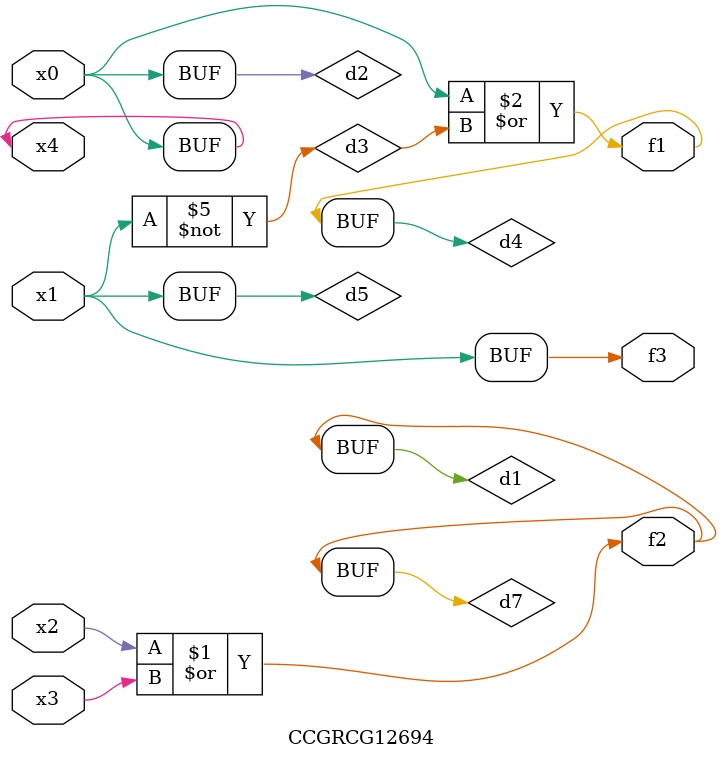
<source format=v>
module CCGRCG12694(
	input x0, x1, x2, x3, x4,
	output f1, f2, f3
);

	wire d1, d2, d3, d4, d5, d6, d7;

	or (d1, x2, x3);
	buf (d2, x0, x4);
	not (d3, x1);
	or (d4, d2, d3);
	not (d5, d3);
	nand (d6, d1, d3);
	or (d7, d1);
	assign f1 = d4;
	assign f2 = d7;
	assign f3 = d5;
endmodule

</source>
